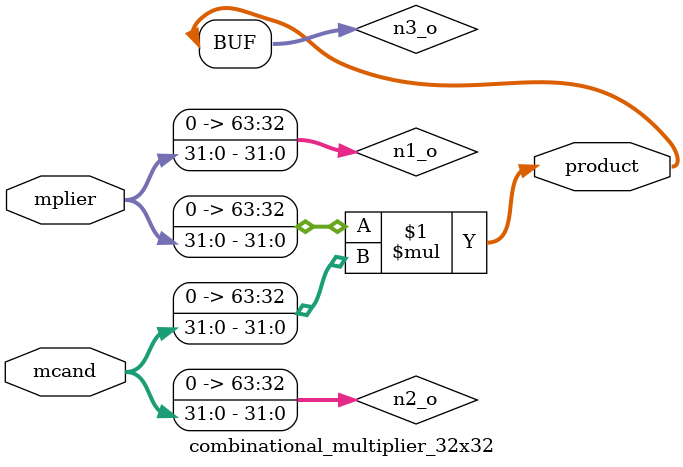
<source format=v>
module combinational_multiplier_32x32
  (input  [31:0] mplier,
   input  [31:0] mcand,
   output [63:0] product);
  wire [63:0] n1_o;
  wire [63:0] n2_o;
  wire [63:0] n3_o;
  assign product = n3_o;
  /* src/combinational_multiplier_16x16.vhd:23:54  */
  assign n1_o = {32'b0, mplier};  //  uext
  /* src/combinational_multiplier_16x16.vhd:23:54  */
  assign n2_o = {32'b0, mcand};  //  uext
  /* src/combinational_multiplier_16x16.vhd:23:54  */
  assign n3_o = n1_o * n2_o; // umul
endmodule


</source>
